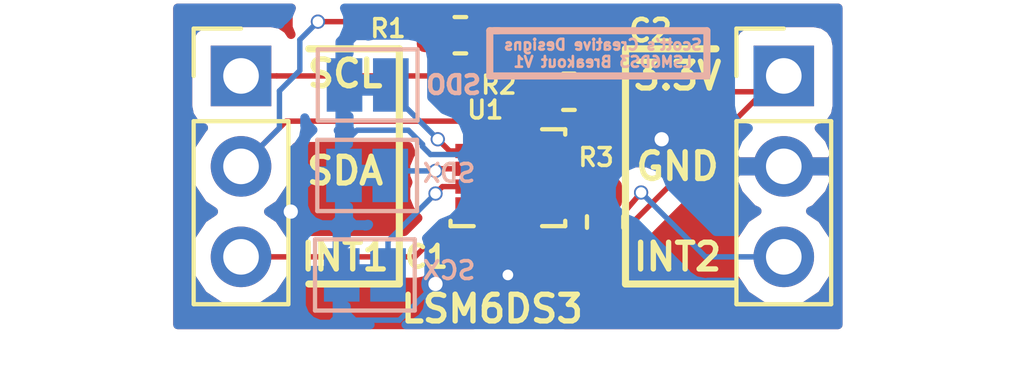
<source format=kicad_pcb>
(kicad_pcb (version 20171130) (host pcbnew "(5.0.1)-rc2")

  (general
    (thickness 1.6)
    (drawings 23)
    (tracks 107)
    (zones 0)
    (modules 11)
    (nets 13)
  )

  (page A4)
  (layers
    (0 F.Cu signal)
    (31 B.Cu signal)
    (32 B.Adhes user)
    (33 F.Adhes user)
    (34 B.Paste user)
    (35 F.Paste user)
    (36 B.SilkS user)
    (37 F.SilkS user)
    (38 B.Mask user)
    (39 F.Mask user)
    (40 Dwgs.User user)
    (41 Cmts.User user)
    (42 Eco1.User user)
    (43 Eco2.User user)
    (44 Edge.Cuts user)
    (45 Margin user)
    (46 B.CrtYd user)
    (47 F.CrtYd user)
    (48 B.Fab user)
    (49 F.Fab user)
  )

  (setup
    (last_trace_width 0.25)
    (trace_clearance 0.2)
    (zone_clearance 0.508)
    (zone_45_only no)
    (trace_min 0.1524)
    (segment_width 0.2)
    (edge_width 0.15)
    (via_size 0.8)
    (via_drill 0.4)
    (via_min_size 0.4)
    (via_min_drill 0.3)
    (uvia_size 0.3)
    (uvia_drill 0.1)
    (uvias_allowed no)
    (uvia_min_size 0.2)
    (uvia_min_drill 0.1)
    (pcb_text_width 0.3)
    (pcb_text_size 1.5 1.5)
    (mod_edge_width 0.15)
    (mod_text_size 1 1)
    (mod_text_width 0.15)
    (pad_size 1.524 1.524)
    (pad_drill 0.762)
    (pad_to_mask_clearance 0.051)
    (solder_mask_min_width 0.25)
    (aux_axis_origin 0 0)
    (visible_elements 7FFFFFFF)
    (pcbplotparams
      (layerselection 0x010fc_ffffffff)
      (usegerberextensions false)
      (usegerberattributes false)
      (usegerberadvancedattributes false)
      (creategerberjobfile false)
      (excludeedgelayer true)
      (linewidth 0.100000)
      (plotframeref false)
      (viasonmask false)
      (mode 1)
      (useauxorigin false)
      (hpglpennumber 1)
      (hpglpenspeed 20)
      (hpglpendiameter 15.000000)
      (psnegative false)
      (psa4output false)
      (plotreference true)
      (plotvalue true)
      (plotinvisibletext false)
      (padsonsilk false)
      (subtractmaskfromsilk false)
      (outputformat 1)
      (mirror false)
      (drillshape 1)
      (scaleselection 1)
      (outputdirectory ""))
  )

  (net 0 "")
  (net 1 GND)
  (net 2 +3V3)
  (net 3 /SDA)
  (net 4 /SCL)
  (net 5 /SDO)
  (net 6 /SDX)
  (net 7 /SCX)
  (net 8 /CS)
  (net 9 /INT1)
  (net 10 /INT2)
  (net 11 "Net-(U1-Pad10)")
  (net 12 "Net-(U1-Pad11)")

  (net_class Default "This is the default net class."
    (clearance 0.2)
    (trace_width 0.25)
    (via_dia 0.8)
    (via_drill 0.4)
    (uvia_dia 0.3)
    (uvia_drill 0.1)
  )

  (net_class small ""
    (clearance 0.1524)
    (trace_width 0.1524)
    (via_dia 0.4)
    (via_drill 0.3)
    (uvia_dia 0.3)
    (uvia_drill 0.1)
    (add_net +3V3)
    (add_net /CS)
    (add_net /INT1)
    (add_net /INT2)
    (add_net /SCL)
    (add_net /SCX)
    (add_net /SDA)
    (add_net /SDO)
    (add_net /SDX)
    (add_net GND)
    (add_net "Net-(U1-Pad10)")
    (add_net "Net-(U1-Pad11)")
  )

  (module Capacitors:0805 (layer F.Cu) (tedit 5CD280B1) (tstamp 5CFF404A)
    (at 164.51834 89.0905 180)
    (descr "GENERIC 2012 (0805) PACKAGE")
    (tags "GENERIC 2012 (0805) PACKAGE")
    (path /5CD61E47)
    (attr smd)
    (fp_text reference C1 (at 2.21234 0.1905 180) (layer F.SilkS)
      (effects (font (size 0.6096 0.6096) (thickness 0.127)))
    )
    (fp_text value C_Small (at 0 1.27 180) (layer F.SilkS) hide
      (effects (font (size 0.6096 0.6096) (thickness 0.127)))
    )
    (fp_line (start -1.4986 -0.79756) (end 1.4986 -0.79756) (layer F.CrtYd) (width 0.0508))
    (fp_line (start 1.4986 -0.79756) (end 1.4986 0.79756) (layer F.CrtYd) (width 0.0508))
    (fp_line (start 1.4986 0.79756) (end -1.4986 0.79756) (layer F.CrtYd) (width 0.0508))
    (fp_line (start -1.4986 0.79756) (end -1.4986 -0.79756) (layer F.CrtYd) (width 0.0508))
    (pad 1 smd rect (at -0.89916 0 180) (size 0.79756 1.19888) (layers F.Cu F.Paste F.Mask)
      (net 1 GND) (solder_mask_margin 0.1016))
    (pad 2 smd rect (at 0.89916 0 180) (size 0.79756 1.19888) (layers F.Cu F.Paste F.Mask)
      (net 2 +3V3) (solder_mask_margin 0.1016))
  )

  (module Capacitors:0805 (layer F.Cu) (tedit 5CD280A3) (tstamp 5CFF4054)
    (at 166.4335 82.677)
    (descr "GENERIC 2012 (0805) PACKAGE")
    (tags "GENERIC 2012 (0805) PACKAGE")
    (path /5CD61EE7)
    (attr smd)
    (fp_text reference C2 (at 2.159 -0.127 180) (layer F.SilkS)
      (effects (font (size 0.6096 0.6096) (thickness 0.127)))
    )
    (fp_text value C_Small (at 0 1.27) (layer F.SilkS) hide
      (effects (font (size 0.6096 0.6096) (thickness 0.127)))
    )
    (fp_line (start -1.4986 0.79756) (end -1.4986 -0.79756) (layer F.CrtYd) (width 0.0508))
    (fp_line (start 1.4986 0.79756) (end -1.4986 0.79756) (layer F.CrtYd) (width 0.0508))
    (fp_line (start 1.4986 -0.79756) (end 1.4986 0.79756) (layer F.CrtYd) (width 0.0508))
    (fp_line (start -1.4986 -0.79756) (end 1.4986 -0.79756) (layer F.CrtYd) (width 0.0508))
    (pad 2 smd rect (at 0.89916 0) (size 0.79756 1.19888) (layers F.Cu F.Paste F.Mask)
      (net 1 GND) (solder_mask_margin 0.1016))
    (pad 1 smd rect (at -0.89916 0) (size 0.79756 1.19888) (layers F.Cu F.Paste F.Mask)
      (net 2 +3V3) (solder_mask_margin 0.1016))
  )

  (module Jumper:SolderJumper-2_P1.3mm_Bridged_Pad1.0x1.5mm (layer B.Cu) (tedit 5CD280EB) (tstamp 5CFF40C8)
    (at 160.655 84.074 180)
    (descr "SMD Solder Jumper, 1x1.5mm Pads, 0.3mm gap, bridged with 1 copper strip")
    (tags "solder jumper open")
    (path /5CD621FA)
    (attr virtual)
    (fp_text reference SDO (at -2.413 0 180) (layer B.SilkS)
      (effects (font (size 0.5 0.5) (thickness 0.125)) (justify mirror))
    )
    (fp_text value J_NC (at 0 -1.9 180) (layer B.Fab)
      (effects (font (size 1 1) (thickness 0.15)) (justify mirror))
    )
    (fp_line (start -1.4 -1) (end -1.4 1) (layer B.SilkS) (width 0.12))
    (fp_line (start 1.4 -1) (end -1.4 -1) (layer B.SilkS) (width 0.12))
    (fp_line (start 1.4 1) (end 1.4 -1) (layer B.SilkS) (width 0.12))
    (fp_line (start -1.4 1) (end 1.4 1) (layer B.SilkS) (width 0.12))
    (fp_line (start -1.65 1.25) (end 1.65 1.25) (layer B.CrtYd) (width 0.05))
    (fp_line (start -1.65 1.25) (end -1.65 -1.25) (layer B.CrtYd) (width 0.05))
    (fp_line (start 1.65 -1.25) (end 1.65 1.25) (layer B.CrtYd) (width 0.05))
    (fp_line (start 1.65 -1.25) (end -1.65 -1.25) (layer B.CrtYd) (width 0.05))
    (pad 1 smd custom (at -0.65 0 180) (size 1 1.5) (layers B.Cu B.Mask)
      (net 5 /SDO)
      (options (clearance outline) (anchor rect))
      (primitives
        (gr_poly (pts
           (xy 0.4 0.3) (xy 0.9 0.3) (xy 0.9 -0.3) (xy 0.4 -0.3)) (width 0))
      ))
    (pad 2 smd rect (at 0.65 0 180) (size 1 1.5) (layers B.Cu B.Mask)
      (net 1 GND))
  )

  (module Jumper:SolderJumper-2_P1.3mm_Bridged_Pad1.0x1.5mm (layer B.Cu) (tedit 5CD280FD) (tstamp 5CFF40D6)
    (at 160.64 86.614 180)
    (descr "SMD Solder Jumper, 1x1.5mm Pads, 0.3mm gap, bridged with 1 copper strip")
    (tags "solder jumper open")
    (path /5CD62260)
    (attr virtual)
    (fp_text reference SDX (at -2.301 0.0635 180) (layer B.SilkS)
      (effects (font (size 0.5 0.5) (thickness 0.1)) (justify mirror))
    )
    (fp_text value J_NC (at 0 -1.9 180) (layer B.Fab)
      (effects (font (size 1 1) (thickness 0.15)) (justify mirror))
    )
    (fp_line (start 1.65 -1.25) (end -1.65 -1.25) (layer B.CrtYd) (width 0.05))
    (fp_line (start 1.65 -1.25) (end 1.65 1.25) (layer B.CrtYd) (width 0.05))
    (fp_line (start -1.65 1.25) (end -1.65 -1.25) (layer B.CrtYd) (width 0.05))
    (fp_line (start -1.65 1.25) (end 1.65 1.25) (layer B.CrtYd) (width 0.05))
    (fp_line (start -1.4 1) (end 1.4 1) (layer B.SilkS) (width 0.12))
    (fp_line (start 1.4 1) (end 1.4 -1) (layer B.SilkS) (width 0.12))
    (fp_line (start 1.4 -1) (end -1.4 -1) (layer B.SilkS) (width 0.12))
    (fp_line (start -1.4 -1) (end -1.4 1) (layer B.SilkS) (width 0.12))
    (pad 2 smd rect (at 0.65 0 180) (size 1 1.5) (layers B.Cu B.Mask)
      (net 1 GND))
    (pad 1 smd custom (at -0.65 0 180) (size 1 1.5) (layers B.Cu B.Mask)
      (net 6 /SDX)
      (options (clearance outline) (anchor rect))
      (primitives
        (gr_poly (pts
           (xy 0.4 0.3) (xy 0.9 0.3) (xy 0.9 -0.3) (xy 0.4 -0.3)) (width 0))
      ))
  )

  (module Jumper:SolderJumper-2_P1.3mm_Bridged_Pad1.0x1.5mm (layer B.Cu) (tedit 5CD28104) (tstamp 5CFF40E4)
    (at 160.5765 89.408 180)
    (descr "SMD Solder Jumper, 1x1.5mm Pads, 0.3mm gap, bridged with 1 copper strip")
    (tags "solder jumper open")
    (path /5CD6228A)
    (attr virtual)
    (fp_text reference SCX (at -2.3645 0.127 180) (layer B.SilkS)
      (effects (font (size 0.5 0.5) (thickness 0.1)) (justify mirror))
    )
    (fp_text value J_NC (at 0 -1.778 180) (layer B.Fab)
      (effects (font (size 1 1) (thickness 0.15)) (justify mirror))
    )
    (fp_line (start -1.4 -1) (end -1.4 1) (layer B.SilkS) (width 0.12))
    (fp_line (start 1.4 -1) (end -1.4 -1) (layer B.SilkS) (width 0.12))
    (fp_line (start 1.4 1) (end 1.4 -1) (layer B.SilkS) (width 0.12))
    (fp_line (start -1.4 1) (end 1.4 1) (layer B.SilkS) (width 0.12))
    (fp_line (start -1.65 1.25) (end 1.65 1.25) (layer B.CrtYd) (width 0.05))
    (fp_line (start -1.65 1.25) (end -1.65 -1.25) (layer B.CrtYd) (width 0.05))
    (fp_line (start 1.65 -1.25) (end 1.65 1.25) (layer B.CrtYd) (width 0.05))
    (fp_line (start 1.65 -1.25) (end -1.65 -1.25) (layer B.CrtYd) (width 0.05))
    (pad 1 smd custom (at -0.65 0 180) (size 1 1.5) (layers B.Cu B.Mask)
      (net 7 /SCX)
      (options (clearance outline) (anchor rect))
      (primitives
        (gr_poly (pts
           (xy 0.4 0.3) (xy 0.9 0.3) (xy 0.9 -0.3) (xy 0.4 -0.3)) (width 0))
      ))
    (pad 2 smd rect (at 0.65 0 180) (size 1 1.5) (layers B.Cu B.Mask)
      (net 1 GND))
  )

  (module Resistor_SMD:R_0603_1608Metric (layer F.Cu) (tedit 5CD283F0) (tstamp 5CFF5D71)
    (at 163.2585 82.677)
    (descr "Resistor SMD 0603 (1608 Metric), square (rectangular) end terminal, IPC_7351 nominal, (Body size source: http://www.tortai-tech.com/upload/download/2011102023233369053.pdf), generated with kicad-footprint-generator")
    (tags resistor)
    (path /5CD62CBD)
    (attr smd)
    (fp_text reference R1 (at -2.032 -0.1905) (layer F.SilkS)
      (effects (font (size 0.5 0.5) (thickness 0.1)))
    )
    (fp_text value 5.1k (at 0 1.43) (layer F.Fab)
      (effects (font (size 1 1) (thickness 0.15)))
    )
    (fp_text user %R (at 0 0) (layer F.Fab)
      (effects (font (size 0.4 0.4) (thickness 0.06)))
    )
    (fp_line (start 1.48 0.73) (end -1.48 0.73) (layer F.CrtYd) (width 0.05))
    (fp_line (start 1.48 -0.73) (end 1.48 0.73) (layer F.CrtYd) (width 0.05))
    (fp_line (start -1.48 -0.73) (end 1.48 -0.73) (layer F.CrtYd) (width 0.05))
    (fp_line (start -1.48 0.73) (end -1.48 -0.73) (layer F.CrtYd) (width 0.05))
    (fp_line (start -0.162779 0.51) (end 0.162779 0.51) (layer F.SilkS) (width 0.12))
    (fp_line (start -0.162779 -0.51) (end 0.162779 -0.51) (layer F.SilkS) (width 0.12))
    (fp_line (start 0.8 0.4) (end -0.8 0.4) (layer F.Fab) (width 0.1))
    (fp_line (start 0.8 -0.4) (end 0.8 0.4) (layer F.Fab) (width 0.1))
    (fp_line (start -0.8 -0.4) (end 0.8 -0.4) (layer F.Fab) (width 0.1))
    (fp_line (start -0.8 0.4) (end -0.8 -0.4) (layer F.Fab) (width 0.1))
    (pad 2 smd roundrect (at 0.7875 0) (size 0.875 0.95) (layers F.Cu F.Paste F.Mask) (roundrect_rratio 0.25)
      (net 2 +3V3))
    (pad 1 smd roundrect (at -0.7875 0) (size 0.875 0.95) (layers F.Cu F.Paste F.Mask) (roundrect_rratio 0.25)
      (net 3 /SDA))
    (model ${KISYS3DMOD}/Resistor_SMD.3dshapes/R_0603_1608Metric.wrl
      (at (xyz 0 0 0))
      (scale (xyz 1 1 1))
      (rotate (xyz 0 0 0))
    )
  )

  (module Resistor_SMD:R_0603_1608Metric (layer F.Cu) (tedit 5CD2812B) (tstamp 5CFF4106)
    (at 166.3065 84.2645)
    (descr "Resistor SMD 0603 (1608 Metric), square (rectangular) end terminal, IPC_7351 nominal, (Body size source: http://www.tortai-tech.com/upload/download/2011102023233369053.pdf), generated with kicad-footprint-generator")
    (tags resistor)
    (path /5CD62D9C)
    (attr smd)
    (fp_text reference R2 (at -1.9685 -0.1905) (layer F.SilkS)
      (effects (font (size 0.5 0.5) (thickness 0.1)))
    )
    (fp_text value 5.1k (at 0 1.43) (layer F.Fab) hide
      (effects (font (size 1 1) (thickness 0.15)))
    )
    (fp_line (start -0.8 0.4) (end -0.8 -0.4) (layer F.Fab) (width 0.1))
    (fp_line (start -0.8 -0.4) (end 0.8 -0.4) (layer F.Fab) (width 0.1))
    (fp_line (start 0.8 -0.4) (end 0.8 0.4) (layer F.Fab) (width 0.1))
    (fp_line (start 0.8 0.4) (end -0.8 0.4) (layer F.Fab) (width 0.1))
    (fp_line (start -0.162779 -0.51) (end 0.162779 -0.51) (layer F.SilkS) (width 0.12))
    (fp_line (start -0.162779 0.51) (end 0.162779 0.51) (layer F.SilkS) (width 0.12))
    (fp_line (start -1.48 0.73) (end -1.48 -0.73) (layer F.CrtYd) (width 0.05))
    (fp_line (start -1.48 -0.73) (end 1.48 -0.73) (layer F.CrtYd) (width 0.05))
    (fp_line (start 1.48 -0.73) (end 1.48 0.73) (layer F.CrtYd) (width 0.05))
    (fp_line (start 1.48 0.73) (end -1.48 0.73) (layer F.CrtYd) (width 0.05))
    (fp_text user %R (at 0 0) (layer F.Fab)
      (effects (font (size 0.4 0.4) (thickness 0.06)))
    )
    (pad 1 smd roundrect (at -0.7875 0) (size 0.875 0.95) (layers F.Cu F.Paste F.Mask) (roundrect_rratio 0.25)
      (net 4 /SCL))
    (pad 2 smd roundrect (at 0.7875 0) (size 0.875 0.95) (layers F.Cu F.Paste F.Mask) (roundrect_rratio 0.25)
      (net 2 +3V3))
    (model ${KISYS3DMOD}/Resistor_SMD.3dshapes/R_0603_1608Metric.wrl
      (at (xyz 0 0 0))
      (scale (xyz 1 1 1))
      (rotate (xyz 0 0 0))
    )
  )

  (module Resistor_SMD:R_0603_1608Metric (layer F.Cu) (tedit 5CD2813F) (tstamp 5CFF4F1F)
    (at 167.3225 87.922 270)
    (descr "Resistor SMD 0603 (1608 Metric), square (rectangular) end terminal, IPC_7351 nominal, (Body size source: http://www.tortai-tech.com/upload/download/2011102023233369053.pdf), generated with kicad-footprint-generator")
    (tags resistor)
    (path /5CD6247E)
    (attr smd)
    (fp_text reference R3 (at -1.816 0.254) (layer F.SilkS)
      (effects (font (size 0.5 0.5) (thickness 0.1)))
    )
    (fp_text value 10k (at 0 1.43 270) (layer F.Fab)
      (effects (font (size 1 1) (thickness 0.15)))
    )
    (fp_line (start -0.8 0.4) (end -0.8 -0.4) (layer F.Fab) (width 0.1))
    (fp_line (start -0.8 -0.4) (end 0.8 -0.4) (layer F.Fab) (width 0.1))
    (fp_line (start 0.8 -0.4) (end 0.8 0.4) (layer F.Fab) (width 0.1))
    (fp_line (start 0.8 0.4) (end -0.8 0.4) (layer F.Fab) (width 0.1))
    (fp_line (start -0.162779 -0.51) (end 0.162779 -0.51) (layer F.SilkS) (width 0.12))
    (fp_line (start -0.162779 0.51) (end 0.162779 0.51) (layer F.SilkS) (width 0.12))
    (fp_line (start -1.48 0.73) (end -1.48 -0.73) (layer F.CrtYd) (width 0.05))
    (fp_line (start -1.48 -0.73) (end 1.48 -0.73) (layer F.CrtYd) (width 0.05))
    (fp_line (start 1.48 -0.73) (end 1.48 0.73) (layer F.CrtYd) (width 0.05))
    (fp_line (start 1.48 0.73) (end -1.48 0.73) (layer F.CrtYd) (width 0.05))
    (fp_text user %R (at 0 0 270) (layer F.Fab)
      (effects (font (size 0.4 0.4) (thickness 0.06)))
    )
    (pad 1 smd roundrect (at -0.7875 0 270) (size 0.875 0.95) (layers F.Cu F.Paste F.Mask) (roundrect_rratio 0.25)
      (net 8 /CS))
    (pad 2 smd roundrect (at 0.7875 0 270) (size 0.875 0.95) (layers F.Cu F.Paste F.Mask) (roundrect_rratio 0.25)
      (net 2 +3V3))
    (model ${KISYS3DMOD}/Resistor_SMD.3dshapes/R_0603_1608Metric.wrl
      (at (xyz 0 0 0))
      (scale (xyz 1 1 1))
      (rotate (xyz 0 0 0))
    )
  )

  (module Package_LGA:LGA-14_3x2.5mm_P0.5mm_LayoutBorder3x4y (layer F.Cu) (tedit 5CD28116) (tstamp 5CFF4139)
    (at 164.592 86.6775)
    (descr "LGA, 14 Pin (http://www.st.com/resource/en/datasheet/lsm6ds3.pdf), generated with kicad-footprint-generator ipc_lga_layoutBorder_generator.py")
    (tags "LGA LGA")
    (path /5CD61DCA)
    (attr smd)
    (fp_text reference U1 (at -0.635 -1.905) (layer F.SilkS)
      (effects (font (size 0.5 0.5) (thickness 0.1)))
    )
    (fp_text value LSM6DS3 (at 0 2.2) (layer F.Fab) hide
      (effects (font (size 1 1) (thickness 0.15)))
    )
    (fp_line (start 0.96 -1.36) (end 1.61 -1.36) (layer F.SilkS) (width 0.12))
    (fp_line (start 1.61 -1.36) (end 1.61 -1.21) (layer F.SilkS) (width 0.12))
    (fp_line (start -0.96 1.36) (end -1.61 1.36) (layer F.SilkS) (width 0.12))
    (fp_line (start -1.61 1.36) (end -1.61 1.21) (layer F.SilkS) (width 0.12))
    (fp_line (start 0.96 1.36) (end 1.61 1.36) (layer F.SilkS) (width 0.12))
    (fp_line (start 1.61 1.36) (end 1.61 1.21) (layer F.SilkS) (width 0.12))
    (fp_line (start -0.75 -1.25) (end 1.5 -1.25) (layer F.Fab) (width 0.1))
    (fp_line (start 1.5 -1.25) (end 1.5 1.25) (layer F.Fab) (width 0.1))
    (fp_line (start 1.5 1.25) (end -1.5 1.25) (layer F.Fab) (width 0.1))
    (fp_line (start -1.5 1.25) (end -1.5 -0.5) (layer F.Fab) (width 0.1))
    (fp_line (start -1.5 -0.5) (end -0.75 -1.25) (layer F.Fab) (width 0.1))
    (fp_line (start -1.75 -1.5) (end -1.75 1.5) (layer F.CrtYd) (width 0.05))
    (fp_line (start -1.75 1.5) (end 1.75 1.5) (layer F.CrtYd) (width 0.05))
    (fp_line (start 1.75 1.5) (end 1.75 -1.5) (layer F.CrtYd) (width 0.05))
    (fp_line (start 1.75 -1.5) (end -1.75 -1.5) (layer F.CrtYd) (width 0.05))
    (fp_text user %R (at 0 0) (layer F.Fab)
      (effects (font (size 0.75 0.75) (thickness 0.11)))
    )
    (pad 1 smd custom (at -1.1375 -0.75) (size 0.4 0.4) (layers F.Cu F.Paste F.Mask)
      (net 5 /SDO)
      (options (clearance outline) (anchor circle))
      (primitives
        (gr_poly (pts
           (xy -0.3375 -0.2) (xy 0.0875 -0.2) (xy 0.3375 0.05) (xy 0.3375 0.2) (xy -0.3375 0.2)
) (width 0))
      ))
    (pad 2 smd rect (at -1.1375 -0.25) (size 0.675 0.4) (layers F.Cu F.Paste F.Mask)
      (net 6 /SDX))
    (pad 3 smd rect (at -1.1375 0.25) (size 0.675 0.4) (layers F.Cu F.Paste F.Mask)
      (net 7 /SCX))
    (pad 4 smd custom (at -1.1375 0.75) (size 0.4 0.4) (layers F.Cu F.Paste F.Mask)
      (net 9 /INT1)
      (options (clearance outline) (anchor circle))
      (primitives
        (gr_poly (pts
           (xy -0.3375 -0.2) (xy 0.3375 -0.2) (xy 0.3375 -0.05) (xy 0.0875 0.2) (xy -0.3375 0.2)
) (width 0))
      ))
    (pad 5 smd custom (at -0.5 0.8875) (size 0.4 0.4) (layers F.Cu F.Paste F.Mask)
      (net 2 +3V3)
      (options (clearance outline) (anchor circle))
      (primitives
        (gr_poly (pts
           (xy -0.2 -0.0875) (xy 0.05 -0.3375) (xy 0.2 -0.3375) (xy 0.2 0.3375) (xy -0.2 0.3375)
) (width 0))
      ))
    (pad 6 smd rect (at 0 0.8875) (size 0.4 0.675) (layers F.Cu F.Paste F.Mask)
      (net 1 GND))
    (pad 7 smd custom (at 0.5 0.8875) (size 0.4 0.4) (layers F.Cu F.Paste F.Mask)
      (net 1 GND)
      (options (clearance outline) (anchor circle))
      (primitives
        (gr_poly (pts
           (xy -0.2 -0.3375) (xy -0.05 -0.3375) (xy 0.2 -0.0875) (xy 0.2 0.3375) (xy -0.2 0.3375)
) (width 0))
      ))
    (pad 8 smd custom (at 1.1375 0.75) (size 0.4 0.4) (layers F.Cu F.Paste F.Mask)
      (net 2 +3V3)
      (options (clearance outline) (anchor circle))
      (primitives
        (gr_poly (pts
           (xy -0.3375 -0.2) (xy 0.3375 -0.2) (xy 0.3375 0.2) (xy -0.0875 0.2) (xy -0.3375 -0.05)
) (width 0))
      ))
    (pad 9 smd rect (at 1.1375 0.25) (size 0.675 0.4) (layers F.Cu F.Paste F.Mask)
      (net 10 /INT2))
    (pad 10 smd rect (at 1.1375 -0.25) (size 0.675 0.4) (layers F.Cu F.Paste F.Mask)
      (net 11 "Net-(U1-Pad10)"))
    (pad 11 smd custom (at 1.1375 -0.75) (size 0.4 0.4) (layers F.Cu F.Paste F.Mask)
      (net 12 "Net-(U1-Pad11)")
      (options (clearance outline) (anchor circle))
      (primitives
        (gr_poly (pts
           (xy -0.3375 0.05) (xy -0.0875 -0.2) (xy 0.3375 -0.2) (xy 0.3375 0.2) (xy -0.3375 0.2)
) (width 0))
      ))
    (pad 12 smd custom (at 0.5 -0.8875) (size 0.4 0.4) (layers F.Cu F.Paste F.Mask)
      (net 8 /CS)
      (options (clearance outline) (anchor circle))
      (primitives
        (gr_poly (pts
           (xy -0.2 -0.3375) (xy 0.2 -0.3375) (xy 0.2 0.0875) (xy -0.05 0.3375) (xy -0.2 0.3375)
) (width 0))
      ))
    (pad 13 smd rect (at 0 -0.8875) (size 0.4 0.675) (layers F.Cu F.Paste F.Mask)
      (net 4 /SCL))
    (pad 14 smd custom (at -0.5 -0.8875) (size 0.4 0.4) (layers F.Cu F.Paste F.Mask)
      (net 3 /SDA)
      (options (clearance outline) (anchor circle))
      (primitives
        (gr_poly (pts
           (xy -0.2 -0.3375) (xy 0.2 -0.3375) (xy 0.2 0.3375) (xy 0.05 0.3375) (xy -0.2 0.0875)
) (width 0))
      ))
    (model ${KISYS3DMOD}/Package_LGA.3dshapes/LGA-14_3x2.5mm_P0.5mm_LayoutBorder3x4y.wrl
      (at (xyz 0 0 0))
      (scale (xyz 1 1 1))
      (rotate (xyz 0 0 0))
    )
  )

  (module Connector_PinHeader_2.54mm:PinHeader_1x03_P2.54mm_Vertical (layer F.Cu) (tedit 5CD28159) (tstamp 5CFF4343)
    (at 157.099 83.82)
    (descr "Through hole straight pin header, 1x03, 2.54mm pitch, single row")
    (tags "Through hole pin header THT 1x03 2.54mm single row")
    (path /5CD6439F)
    (fp_text reference J1 (at 0 -2.33) (layer F.SilkS) hide
      (effects (font (size 1 1) (thickness 0.15)))
    )
    (fp_text value Conn_01x03_Male (at 0 7.41) (layer F.Fab)
      (effects (font (size 1 1) (thickness 0.15)))
    )
    (fp_line (start -0.635 -1.27) (end 1.27 -1.27) (layer F.Fab) (width 0.1))
    (fp_line (start 1.27 -1.27) (end 1.27 6.35) (layer F.Fab) (width 0.1))
    (fp_line (start 1.27 6.35) (end -1.27 6.35) (layer F.Fab) (width 0.1))
    (fp_line (start -1.27 6.35) (end -1.27 -0.635) (layer F.Fab) (width 0.1))
    (fp_line (start -1.27 -0.635) (end -0.635 -1.27) (layer F.Fab) (width 0.1))
    (fp_line (start -1.33 6.41) (end 1.33 6.41) (layer F.SilkS) (width 0.12))
    (fp_line (start -1.33 1.27) (end -1.33 6.41) (layer F.SilkS) (width 0.12))
    (fp_line (start 1.33 1.27) (end 1.33 6.41) (layer F.SilkS) (width 0.12))
    (fp_line (start -1.33 1.27) (end 1.33 1.27) (layer F.SilkS) (width 0.12))
    (fp_line (start -1.33 0) (end -1.33 -1.33) (layer F.SilkS) (width 0.12))
    (fp_line (start -1.33 -1.33) (end 0 -1.33) (layer F.SilkS) (width 0.12))
    (fp_line (start -1.8 -1.8) (end -1.8 6.85) (layer F.CrtYd) (width 0.05))
    (fp_line (start -1.8 6.85) (end 1.8 6.85) (layer F.CrtYd) (width 0.05))
    (fp_line (start 1.8 6.85) (end 1.8 -1.8) (layer F.CrtYd) (width 0.05))
    (fp_line (start 1.8 -1.8) (end -1.8 -1.8) (layer F.CrtYd) (width 0.05))
    (fp_text user %R (at 0 2.54 90) (layer F.Fab)
      (effects (font (size 1 1) (thickness 0.15)))
    )
    (pad 1 thru_hole rect (at 0 0) (size 1.7 1.7) (drill 1) (layers *.Cu *.Mask)
      (net 4 /SCL))
    (pad 2 thru_hole oval (at 0 2.54) (size 1.7 1.7) (drill 1) (layers *.Cu *.Mask)
      (net 3 /SDA))
    (pad 3 thru_hole oval (at 0 5.08) (size 1.7 1.7) (drill 1) (layers *.Cu *.Mask)
      (net 9 /INT1))
    (model ${KISYS3DMOD}/Connector_PinHeader_2.54mm.3dshapes/PinHeader_1x03_P2.54mm_Vertical.wrl
      (at (xyz 0 0 0))
      (scale (xyz 1 1 1))
      (rotate (xyz 0 0 0))
    )
  )

  (module Connector_PinHeader_2.54mm:PinHeader_1x03_P2.54mm_Vertical (layer F.Cu) (tedit 5CD28155) (tstamp 5CFF4C72)
    (at 172.339 83.82)
    (descr "Through hole straight pin header, 1x03, 2.54mm pitch, single row")
    (tags "Through hole pin header THT 1x03 2.54mm single row")
    (path /5CD643E5)
    (fp_text reference J2 (at 0 -2.33) (layer F.SilkS) hide
      (effects (font (size 1 1) (thickness 0.15)))
    )
    (fp_text value Conn_01x03_Male (at 0 7.41) (layer F.Fab)
      (effects (font (size 1 1) (thickness 0.15)))
    )
    (fp_text user %R (at 0 2.54 90) (layer F.Fab)
      (effects (font (size 1 1) (thickness 0.15)))
    )
    (fp_line (start 1.8 -1.8) (end -1.8 -1.8) (layer F.CrtYd) (width 0.05))
    (fp_line (start 1.8 6.85) (end 1.8 -1.8) (layer F.CrtYd) (width 0.05))
    (fp_line (start -1.8 6.85) (end 1.8 6.85) (layer F.CrtYd) (width 0.05))
    (fp_line (start -1.8 -1.8) (end -1.8 6.85) (layer F.CrtYd) (width 0.05))
    (fp_line (start -1.33 -1.33) (end 0 -1.33) (layer F.SilkS) (width 0.12))
    (fp_line (start -1.33 0) (end -1.33 -1.33) (layer F.SilkS) (width 0.12))
    (fp_line (start -1.33 1.27) (end 1.33 1.27) (layer F.SilkS) (width 0.12))
    (fp_line (start 1.33 1.27) (end 1.33 6.41) (layer F.SilkS) (width 0.12))
    (fp_line (start -1.33 1.27) (end -1.33 6.41) (layer F.SilkS) (width 0.12))
    (fp_line (start -1.33 6.41) (end 1.33 6.41) (layer F.SilkS) (width 0.12))
    (fp_line (start -1.27 -0.635) (end -0.635 -1.27) (layer F.Fab) (width 0.1))
    (fp_line (start -1.27 6.35) (end -1.27 -0.635) (layer F.Fab) (width 0.1))
    (fp_line (start 1.27 6.35) (end -1.27 6.35) (layer F.Fab) (width 0.1))
    (fp_line (start 1.27 -1.27) (end 1.27 6.35) (layer F.Fab) (width 0.1))
    (fp_line (start -0.635 -1.27) (end 1.27 -1.27) (layer F.Fab) (width 0.1))
    (pad 3 thru_hole oval (at 0 5.08) (size 1.7 1.7) (drill 1) (layers *.Cu *.Mask)
      (net 10 /INT2))
    (pad 2 thru_hole oval (at 0 2.54) (size 1.7 1.7) (drill 1) (layers *.Cu *.Mask)
      (net 1 GND))
    (pad 1 thru_hole rect (at 0 0) (size 1.7 1.7) (drill 1) (layers *.Cu *.Mask)
      (net 2 +3V3))
    (model ${KISYS3DMOD}/Connector_PinHeader_2.54mm.3dshapes/PinHeader_1x03_P2.54mm_Vertical.wrl
      (at (xyz 0 0 0))
      (scale (xyz 1 1 1))
      (rotate (xyz 0 0 0))
    )
  )

  (gr_line (start 164.084 82.55) (end 164.338 82.55) (layer B.SilkS) (width 0.2))
  (gr_line (start 164.084 83.82) (end 164.084 82.55) (layer B.SilkS) (width 0.2))
  (gr_line (start 170.18 83.82) (end 164.084 83.82) (layer B.SilkS) (width 0.2))
  (gr_line (start 170.18 82.55) (end 170.18 83.82) (layer B.SilkS) (width 0.2))
  (gr_line (start 164.211 82.55) (end 170.18 82.55) (layer B.SilkS) (width 0.2))
  (gr_text "Scott's Creative Designs\nLSM6DS3 Breakout V1" (at 167.259 83.185) (layer B.SilkS)
    (effects (font (size 0.3 0.3) (thickness 0.075)) (justify mirror))
  )
  (gr_line (start 167.894 83.058) (end 170.434 83.058) (layer F.SilkS) (width 0.2))
  (gr_line (start 167.894 89.662) (end 167.894 83.058) (layer F.SilkS) (width 0.2))
  (gr_line (start 170.942 89.662) (end 167.894 89.662) (layer F.SilkS) (width 0.2))
  (gr_line (start 161.544 89.662) (end 159.004 89.662) (layer F.SilkS) (width 0.2))
  (gr_line (start 161.544 83.058) (end 161.544 89.662) (layer F.SilkS) (width 0.2))
  (gr_line (start 159.004 83.058) (end 161.544 83.058) (layer F.SilkS) (width 0.2))
  (gr_line (start 173.99 81.788) (end 155.194 81.788) (layer Eco2.User) (width 0.2))
  (gr_line (start 173.99 90.932) (end 173.99 81.788) (layer Eco2.User) (width 0.2))
  (gr_line (start 155.194 90.932) (end 173.99 90.932) (layer Eco2.User) (width 0.2))
  (gr_line (start 155.194 81.788) (end 155.194 90.932) (layer Eco2.User) (width 0.2))
  (gr_text INT2 (at 169.3545 88.9) (layer F.SilkS) (tstamp 5CFF62D2)
    (effects (font (size 0.75 0.75) (thickness 0.15)))
  )
  (gr_text GND (at 169.3545 86.36) (layer F.SilkS) (tstamp 5CFF62AD)
    (effects (font (size 0.75 0.75) (thickness 0.15)))
  )
  (gr_text 3.3V (at 169.3545 83.82) (layer F.SilkS) (tstamp 5CFF6266)
    (effects (font (size 0.75 0.75) (thickness 0.15)))
  )
  (gr_text LSM6DS3 (at 164.1475 90.3605) (layer F.SilkS)
    (effects (font (size 0.75 0.75) (thickness 0.15)))
  )
  (gr_text INT1 (at 160.02 88.9) (layer F.SilkS) (tstamp 5CFF5E03)
    (effects (font (size 0.75 0.75) (thickness 0.15)))
  )
  (gr_text SDA (at 160.02 86.487) (layer F.SilkS) (tstamp 5CFF5DDF)
    (effects (font (size 0.75 0.75) (thickness 0.15)))
  )
  (gr_text SCL (at 160.02 83.7565) (layer F.SilkS) (tstamp 5CFF5DDC)
    (effects (font (size 0.75 0.75) (thickness 0.15)))
  )

  (via (at 168.91 85.598) (size 0.8) (drill 0.4) (layers F.Cu B.Cu) (net 1))
  (segment (start 165.4175 87.8905) (end 165.092 87.565) (width 0.1524) (layer F.Cu) (net 1))
  (segment (start 165.4175 89.0905) (end 165.4175 87.8905) (width 0.1524) (layer F.Cu) (net 1))
  (segment (start 164.86632 89.0905) (end 165.4175 89.0905) (width 0.1524) (layer F.Cu) (net 1))
  (segment (start 164.592 88.81618) (end 164.86632 89.0905) (width 0.1524) (layer F.Cu) (net 1))
  (segment (start 164.592 87.565) (end 164.592 88.81618) (width 0.1524) (layer F.Cu) (net 1))
  (via (at 162.56 89.662) (size 0.8) (drill 0.4) (layers F.Cu B.Cu) (net 1) (tstamp 5CFF6F0B))
  (via (at 158.496 87.63) (size 0.8) (drill 0.4) (layers F.Cu B.Cu) (net 1) (tstamp 5CFF6F53))
  (segment (start 159.9265 90.3104) (end 160.2941 90.678) (width 0.1524) (layer B.Cu) (net 1))
  (segment (start 159.9265 89.408) (end 159.9265 90.3104) (width 0.1524) (layer B.Cu) (net 1))
  (segment (start 161.544 90.678) (end 162.56 89.662) (width 0.1524) (layer B.Cu) (net 1))
  (segment (start 160.2941 90.678) (end 161.544 90.678) (width 0.1524) (layer B.Cu) (net 1))
  (segment (start 159.99 85.7116) (end 160.3576 85.344) (width 0.1524) (layer B.Cu) (net 1))
  (segment (start 159.99 86.614) (end 159.99 85.7116) (width 0.1524) (layer B.Cu) (net 1))
  (segment (start 162.417771 86.026601) (end 163.242601 86.026601) (width 0.1524) (layer B.Cu) (net 1))
  (segment (start 162.194899 85.803729) (end 162.417771 86.026601) (width 0.1524) (layer B.Cu) (net 1))
  (segment (start 162.194899 85.740899) (end 162.194899 85.803729) (width 0.1524) (layer B.Cu) (net 1))
  (segment (start 160.3576 85.344) (end 161.798 85.344) (width 0.1524) (layer B.Cu) (net 1))
  (segment (start 161.798 85.344) (end 162.194899 85.740899) (width 0.1524) (layer B.Cu) (net 1))
  (segment (start 163.671202 85.598) (end 168.91 85.598) (width 0.1524) (layer B.Cu) (net 1))
  (segment (start 163.242601 86.026601) (end 163.671202 85.598) (width 0.1524) (layer B.Cu) (net 1))
  (segment (start 160.005 86.599) (end 159.99 86.614) (width 0.1524) (layer B.Cu) (net 1))
  (segment (start 160.005 84.074) (end 160.005 86.599) (width 0.1524) (layer B.Cu) (net 1))
  (via (at 164.592 89.408) (size 0.4) (drill 0.3) (layers F.Cu B.Cu) (net 1))
  (segment (start 165.4175 89.0905) (end 164.9095 89.0905) (width 0.1524) (layer F.Cu) (net 1))
  (segment (start 164.9095 89.0905) (end 164.592 89.408) (width 0.1524) (layer F.Cu) (net 1))
  (segment (start 167.094 83.6895) (end 167.094 84.2645) (width 0.1524) (layer F.Cu) (net 2))
  (segment (start 166.909541 83.505041) (end 167.094 83.6895) (width 0.1524) (layer F.Cu) (net 2))
  (segment (start 166.705279 83.459321) (end 166.750999 83.505041) (width 0.1524) (layer F.Cu) (net 2))
  (segment (start 166.705279 83.296759) (end 166.705279 83.459321) (width 0.1524) (layer F.Cu) (net 2))
  (segment (start 166.750999 83.505041) (end 166.909541 83.505041) (width 0.1524) (layer F.Cu) (net 2))
  (segment (start 166.08552 82.677) (end 166.705279 83.296759) (width 0.1524) (layer F.Cu) (net 2))
  (segment (start 165.53434 82.677) (end 166.08552 82.677) (width 0.1524) (layer F.Cu) (net 2))
  (segment (start 164.046 82.677) (end 165.53434 82.677) (width 0.1524) (layer F.Cu) (net 2))
  (segment (start 164.092 88.61768) (end 163.61918 89.0905) (width 0.1524) (layer F.Cu) (net 2))
  (segment (start 164.092 87.565) (end 164.092 88.61768) (width 0.1524) (layer F.Cu) (net 2))
  (segment (start 163.61918 89.84234) (end 163.94684 90.17) (width 0.1524) (layer F.Cu) (net 2))
  (segment (start 163.61918 89.0905) (end 163.61918 89.84234) (width 0.1524) (layer F.Cu) (net 2))
  (segment (start 165.862 90.17) (end 167.3225 88.7095) (width 0.1524) (layer F.Cu) (net 2))
  (segment (start 163.94684 90.17) (end 165.862 90.17) (width 0.1524) (layer F.Cu) (net 2))
  (segment (start 166.0405 87.4275) (end 165.7295 87.4275) (width 0.1524) (layer F.Cu) (net 2))
  (segment (start 167.3225 88.7095) (end 166.0405 87.4275) (width 0.1524) (layer F.Cu) (net 2))
  (segment (start 171.8945 84.2645) (end 172.339 83.82) (width 0.1524) (layer F.Cu) (net 2))
  (segment (start 167.094 84.2645) (end 171.8945 84.2645) (width 0.1524) (layer F.Cu) (net 2))
  (segment (start 172.212 83.82) (end 172.339 83.82) (width 0.1524) (layer F.Cu) (net 2))
  (segment (start 167.3225 88.7095) (end 172.212 83.82) (width 0.1524) (layer F.Cu) (net 2))
  (segment (start 163.927804 85.79) (end 163.227804 85.09) (width 0.1524) (layer F.Cu) (net 3))
  (segment (start 164.092 85.79) (end 163.927804 85.79) (width 0.1524) (layer F.Cu) (net 3))
  (segment (start 158.369 85.09) (end 157.099 86.36) (width 0.1524) (layer F.Cu) (net 3))
  (segment (start 163.227804 85.09) (end 158.369 85.09) (width 0.1524) (layer F.Cu) (net 3))
  (segment (start 157.948999 85.510001) (end 157.099 86.36) (width 0.1524) (layer B.Cu) (net 3))
  (segment (start 158.177601 85.281399) (end 157.948999 85.510001) (width 0.1524) (layer B.Cu) (net 3))
  (segment (start 158.177601 84.239917) (end 158.177601 85.281399) (width 0.1524) (layer B.Cu) (net 3))
  (segment (start 162.009388 82.215388) (end 161.624612 82.215388) (width 0.1524) (layer F.Cu) (net 3))
  (segment (start 162.471 82.677) (end 162.009388 82.215388) (width 0.1524) (layer F.Cu) (net 3))
  (segment (start 161.624612 82.215388) (end 161.544 82.296) (width 0.1524) (layer F.Cu) (net 3))
  (via (at 159.258 82.296) (size 0.4) (drill 0.3) (layers F.Cu B.Cu) (net 3))
  (segment (start 161.544 82.296) (end 159.258 82.296) (width 0.1524) (layer F.Cu) (net 3))
  (segment (start 159.258 82.296) (end 158.75 82.804) (width 0.1524) (layer B.Cu) (net 3))
  (segment (start 158.75 82.804) (end 158.75 83.667518) (width 0.1524) (layer B.Cu) (net 3))
  (segment (start 158.75 83.667518) (end 158.177601 84.239917) (width 0.1524) (layer B.Cu) (net 3))
  (segment (start 158.1014 83.82) (end 157.099 83.82) (width 0.1524) (layer F.Cu) (net 4))
  (segment (start 162.982804 83.82) (end 158.1014 83.82) (width 0.1524) (layer F.Cu) (net 4))
  (segment (start 164.592 85.429196) (end 162.982804 83.82) (width 0.1524) (layer F.Cu) (net 4))
  (segment (start 164.592 85.79) (end 164.592 85.429196) (width 0.1524) (layer F.Cu) (net 4))
  (segment (start 164.537 83.82) (end 162.982804 83.82) (width 0.1524) (layer F.Cu) (net 4))
  (segment (start 164.9815 84.2645) (end 164.537 83.82) (width 0.1524) (layer F.Cu) (net 4))
  (segment (start 165.519 84.2645) (end 164.9815 84.2645) (width 0.1524) (layer F.Cu) (net 4))
  (via (at 162.6235 85.598) (size 0.4) (drill 0.3) (layers F.Cu B.Cu) (net 5))
  (segment (start 163.4545 85.9275) (end 162.953 85.9275) (width 0.1524) (layer F.Cu) (net 5))
  (segment (start 162.953 85.9275) (end 162.6235 85.598) (width 0.1524) (layer F.Cu) (net 5))
  (segment (start 161.305 84.2795) (end 161.305 84.074) (width 0.1524) (layer B.Cu) (net 5))
  (segment (start 162.6235 85.598) (end 161.305 84.2795) (width 0.1524) (layer B.Cu) (net 5))
  (via (at 162.56 86.487) (size 0.4) (drill 0.3) (layers F.Cu B.Cu) (net 6))
  (segment (start 163.4545 86.4275) (end 162.6195 86.4275) (width 0.1524) (layer F.Cu) (net 6))
  (segment (start 162.6195 86.4275) (end 162.56 86.487) (width 0.1524) (layer F.Cu) (net 6))
  (segment (start 161.417 86.487) (end 161.29 86.614) (width 0.1524) (layer B.Cu) (net 6))
  (segment (start 162.56 86.487) (end 161.417 86.487) (width 0.1524) (layer B.Cu) (net 6))
  (via (at 162.56 87.122) (size 0.4) (drill 0.3) (layers F.Cu B.Cu) (net 7))
  (segment (start 163.4545 86.9275) (end 162.7545 86.9275) (width 0.1524) (layer F.Cu) (net 7))
  (segment (start 162.7545 86.9275) (end 162.56 87.122) (width 0.1524) (layer F.Cu) (net 7))
  (segment (start 161.2265 88.4555) (end 161.2265 89.408) (width 0.1524) (layer B.Cu) (net 7))
  (segment (start 162.56 87.122) (end 161.2265 88.4555) (width 0.1524) (layer B.Cu) (net 7))
  (segment (start 167.3225 86.597) (end 167.0685 86.343) (width 0.1524) (layer F.Cu) (net 8))
  (segment (start 167.3225 87.1345) (end 167.3225 86.597) (width 0.1524) (layer F.Cu) (net 8))
  (segment (start 165.36271 85.51929) (end 165.092 85.79) (width 0.1524) (layer F.Cu) (net 8))
  (segment (start 165.38311 85.49889) (end 165.36271 85.51929) (width 0.1524) (layer F.Cu) (net 8))
  (segment (start 166.161694 85.49889) (end 165.38311 85.49889) (width 0.1524) (layer F.Cu) (net 8))
  (segment (start 166.29561 85.632806) (end 166.161694 85.49889) (width 0.1524) (layer F.Cu) (net 8))
  (segment (start 166.29561 85.79) (end 166.29561 85.632806) (width 0.1524) (layer F.Cu) (net 8))
  (segment (start 166.452804 85.79) (end 166.29561 85.79) (width 0.1524) (layer F.Cu) (net 8))
  (segment (start 167.005804 86.343) (end 166.452804 85.79) (width 0.1524) (layer F.Cu) (net 8))
  (segment (start 167.0685 86.343) (end 167.005804 86.343) (width 0.1524) (layer F.Cu) (net 8))
  (segment (start 161.982 88.9) (end 157.099 88.9) (width 0.1524) (layer F.Cu) (net 9))
  (segment (start 163.4545 87.4275) (end 161.982 88.9) (width 0.1524) (layer F.Cu) (net 9))
  (segment (start 166.11989 86.99889) (end 166.24689 86.99889) (width 0.1524) (layer F.Cu) (net 10))
  (segment (start 165.7295 86.9275) (end 166.0485 86.9275) (width 0.1524) (layer F.Cu) (net 10))
  (segment (start 166.0485 86.9275) (end 166.11989 86.99889) (width 0.1524) (layer F.Cu) (net 10))
  (segment (start 166.24689 86.99889) (end 166.4335 87.1855) (width 0.1524) (layer F.Cu) (net 10))
  (segment (start 166.4335 87.353164) (end 167.123726 88.04339) (width 0.1524) (layer F.Cu) (net 10))
  (segment (start 166.4335 87.1855) (end 166.4335 87.353164) (width 0.1524) (layer F.Cu) (net 10))
  (segment (start 167.123726 88.04339) (end 167.521274 88.04339) (width 0.1524) (layer F.Cu) (net 10))
  (via (at 168.332602 87.093266) (size 0.4) (drill 0.3) (layers F.Cu B.Cu) (net 10))
  (segment (start 168.402 87.162664) (end 168.332602 87.093266) (width 0.1524) (layer F.Cu) (net 10))
  (segment (start 167.521274 88.04339) (end 168.332602 87.093266) (width 0.1524) (layer F.Cu) (net 10))
  (segment (start 170.139336 88.9) (end 172.339 88.9) (width 0.1524) (layer B.Cu) (net 10))
  (segment (start 168.332602 87.093266) (end 170.139336 88.9) (width 0.1524) (layer B.Cu) (net 10))

  (zone (net 1) (net_name GND) (layer F.Cu) (tstamp 0) (hatch edge 0.508)
    (connect_pads (clearance 0.508))
    (min_thickness 0.254)
    (fill yes (arc_segments 16) (thermal_gap 0.508) (thermal_bridge_width 0.508))
    (polygon
      (pts
        (xy 155.194 81.788) (xy 155.194 90.932) (xy 173.99 90.932) (xy 173.99 81.788)
      )
    )
    (filled_polygon
      (pts
        (xy 158.423 82.129908) (xy 158.423 82.462092) (xy 158.504003 82.657651) (xy 158.406809 82.512191) (xy 158.196765 82.371843)
        (xy 157.949 82.32256) (xy 156.249 82.32256) (xy 156.001235 82.371843) (xy 155.791191 82.512191) (xy 155.650843 82.722235)
        (xy 155.60156 82.97) (xy 155.60156 84.67) (xy 155.650843 84.917765) (xy 155.791191 85.127809) (xy 156.001235 85.268157)
        (xy 156.046619 85.277184) (xy 156.028375 85.289375) (xy 155.700161 85.780582) (xy 155.584908 86.36) (xy 155.700161 86.939418)
        (xy 156.028375 87.430625) (xy 156.326761 87.63) (xy 156.028375 87.829375) (xy 155.700161 88.320582) (xy 155.584908 88.9)
        (xy 155.700161 89.479418) (xy 156.028375 89.970625) (xy 156.519582 90.298839) (xy 156.952744 90.385) (xy 157.245256 90.385)
        (xy 157.678418 90.298839) (xy 158.169625 89.970625) (xy 158.409785 89.6112) (xy 161.911959 89.6112) (xy 161.982 89.625132)
        (xy 162.052041 89.6112) (xy 162.052046 89.6112) (xy 162.259496 89.569936) (xy 162.494746 89.412746) (xy 162.534424 89.353364)
        (xy 162.57296 89.314828) (xy 162.57296 89.68994) (xy 162.622243 89.937705) (xy 162.762591 90.147749) (xy 162.972635 90.288097)
        (xy 163.075322 90.308523) (xy 163.106435 90.355086) (xy 163.165814 90.394762) (xy 163.394416 90.623364) (xy 163.434094 90.682746)
        (xy 163.493476 90.722424) (xy 163.617059 90.805) (xy 155.321 90.805) (xy 155.321 81.915) (xy 158.512018 81.915)
      )
    )
    (filled_polygon
      (pts
        (xy 173.863 90.805) (xy 166.191781 90.805) (xy 166.374746 90.682746) (xy 166.414424 90.623364) (xy 167.243349 89.79444)
        (xy 167.57875 89.79444) (xy 167.910227 89.728505) (xy 168.191239 89.540739) (xy 168.379005 89.259727) (xy 168.44494 88.92825)
        (xy 168.44494 88.9) (xy 170.824908 88.9) (xy 170.940161 89.479418) (xy 171.268375 89.970625) (xy 171.759582 90.298839)
        (xy 172.192744 90.385) (xy 172.485256 90.385) (xy 172.918418 90.298839) (xy 173.409625 89.970625) (xy 173.737839 89.479418)
        (xy 173.853092 88.9) (xy 173.737839 88.320582) (xy 173.409625 87.829375) (xy 173.090522 87.616157) (xy 173.220358 87.555183)
        (xy 173.610645 87.126924) (xy 173.780476 86.71689) (xy 173.659155 86.487) (xy 172.466 86.487) (xy 172.466 86.507)
        (xy 172.212 86.507) (xy 172.212 86.487) (xy 171.018845 86.487) (xy 170.897524 86.71689) (xy 171.067355 87.126924)
        (xy 171.457642 87.555183) (xy 171.587478 87.616157) (xy 171.268375 87.829375) (xy 170.940161 88.320582) (xy 170.824908 88.9)
        (xy 168.44494 88.9) (xy 168.44494 88.592848) (xy 170.944902 86.092886) (xy 171.018845 86.233) (xy 172.212 86.233)
        (xy 172.212 86.213) (xy 172.466 86.213) (xy 172.466 86.233) (xy 173.659155 86.233) (xy 173.780476 86.00311)
        (xy 173.610645 85.593076) (xy 173.333292 85.288739) (xy 173.436765 85.268157) (xy 173.646809 85.127809) (xy 173.787157 84.917765)
        (xy 173.83644 84.67) (xy 173.83644 82.97) (xy 173.787157 82.722235) (xy 173.646809 82.512191) (xy 173.436765 82.371843)
        (xy 173.189 82.32256) (xy 171.489 82.32256) (xy 171.241235 82.371843) (xy 171.031191 82.512191) (xy 170.890843 82.722235)
        (xy 170.84156 82.97) (xy 170.84156 83.5533) (xy 168.30408 83.5533) (xy 168.36644 83.40275) (xy 168.36644 82.96275)
        (xy 168.20769 82.804) (xy 167.45966 82.804) (xy 167.45966 82.824) (xy 167.244743 82.824) (xy 167.218024 82.784013)
        (xy 167.18566 82.762388) (xy 167.18566 82.55) (xy 167.20566 82.55) (xy 167.20566 82.53) (xy 167.45966 82.53)
        (xy 167.45966 82.55) (xy 168.20769 82.55) (xy 168.36644 82.39125) (xy 168.36644 81.95125) (xy 168.351425 81.915)
        (xy 173.863 81.915)
      )
    )
    (filled_polygon
      (pts
        (xy 165.5445 88.9635) (xy 165.5645 88.9635) (xy 165.5645 89.2175) (xy 165.5445 89.2175) (xy 165.5445 89.2375)
        (xy 165.2905 89.2375) (xy 165.2905 89.2175) (xy 165.2705 89.2175) (xy 165.2705 88.9635) (xy 165.2905 88.9635)
        (xy 165.2905 88.9435) (xy 165.5445 88.9435)
      )
    )
    (filled_polygon
      (pts
        (xy 161.880333 85.985798) (xy 161.852121 86.01401) (xy 161.725 86.320908) (xy 161.725 86.653092) (xy 161.787715 86.8045)
        (xy 161.725 86.955908) (xy 161.725 87.288092) (xy 161.852121 87.59499) (xy 162.066671 87.80954) (xy 161.687412 88.1888)
        (xy 158.409785 88.1888) (xy 158.169625 87.829375) (xy 157.871239 87.63) (xy 158.169625 87.430625) (xy 158.497839 86.939418)
        (xy 158.613092 86.36) (xy 158.528759 85.936029) (xy 158.663589 85.8012) (xy 161.803871 85.8012)
      )
    )
    (filled_polygon
      (pts
        (xy 168.689084 86.337128) (xy 168.498694 86.258266) (xy 168.16651 86.258266) (xy 168.140206 86.269162) (xy 167.910227 86.115495)
        (xy 167.847827 86.103083) (xy 167.835246 86.084254) (xy 167.775864 86.044576) (xy 167.620923 85.889635) (xy 167.581246 85.830254)
        (xy 167.345996 85.673064) (xy 167.340579 85.671987) (xy 167.055532 85.38694) (xy 167.31275 85.38694) (xy 167.644227 85.321005)
        (xy 167.925239 85.133239) (xy 168.030503 84.9757) (xy 170.050511 84.9757)
      )
    )
  )
  (zone (net 1) (net_name GND) (layer B.Cu) (tstamp 5CFF6E5B) (hatch edge 0.508)
    (connect_pads (clearance 0.508))
    (min_thickness 0.254)
    (fill yes (arc_segments 16) (thermal_gap 0.508) (thermal_bridge_width 0.508))
    (polygon
      (pts
        (xy 155.194 81.788) (xy 155.194 90.932) (xy 173.99 90.932) (xy 173.99 81.788)
      )
    )
    (filled_polygon
      (pts
        (xy 173.863 90.805) (xy 161.728712 90.805) (xy 161.974265 90.756157) (xy 162.184309 90.615809) (xy 162.324657 90.405765)
        (xy 162.37394 90.158) (xy 162.37394 88.658) (xy 162.324657 88.410235) (xy 162.30579 88.381999) (xy 162.73411 87.953679)
        (xy 163.03299 87.829879) (xy 163.267879 87.59499) (xy 163.395 87.288092) (xy 163.395 86.955908) (xy 163.383099 86.927174)
        (xy 167.497602 86.927174) (xy 167.497602 87.259358) (xy 167.624723 87.566256) (xy 167.859612 87.801145) (xy 168.158493 87.924945)
        (xy 169.586914 89.353367) (xy 169.62659 89.412746) (xy 169.685969 89.452422) (xy 169.685971 89.452424) (xy 169.801672 89.529733)
        (xy 169.86184 89.569936) (xy 170.06929 89.6112) (xy 170.069294 89.6112) (xy 170.139336 89.625132) (xy 170.209378 89.6112)
        (xy 171.028215 89.6112) (xy 171.268375 89.970625) (xy 171.759582 90.298839) (xy 172.192744 90.385) (xy 172.485256 90.385)
        (xy 172.918418 90.298839) (xy 173.409625 89.970625) (xy 173.737839 89.479418) (xy 173.853092 88.9) (xy 173.737839 88.320582)
        (xy 173.409625 87.829375) (xy 173.090522 87.616157) (xy 173.220358 87.555183) (xy 173.610645 87.126924) (xy 173.780476 86.71689)
        (xy 173.659155 86.487) (xy 172.466 86.487) (xy 172.466 86.507) (xy 172.212 86.507) (xy 172.212 86.487)
        (xy 171.018845 86.487) (xy 170.897524 86.71689) (xy 171.067355 87.126924) (xy 171.457642 87.555183) (xy 171.587478 87.616157)
        (xy 171.268375 87.829375) (xy 171.028215 88.1888) (xy 170.433925 88.1888) (xy 169.164281 86.919157) (xy 169.040481 86.620276)
        (xy 168.805592 86.385387) (xy 168.498694 86.258266) (xy 168.16651 86.258266) (xy 167.859612 86.385387) (xy 167.624723 86.620276)
        (xy 167.497602 86.927174) (xy 163.383099 86.927174) (xy 163.332285 86.8045) (xy 163.395 86.653092) (xy 163.395 86.320908)
        (xy 163.303167 86.099202) (xy 163.331379 86.07099) (xy 163.4585 85.764092) (xy 163.4585 85.431908) (xy 163.331379 85.12501)
        (xy 163.09649 84.890121) (xy 162.79761 84.766321) (xy 162.45244 84.421152) (xy 162.45244 83.324) (xy 162.403157 83.076235)
        (xy 162.332173 82.97) (xy 170.84156 82.97) (xy 170.84156 84.67) (xy 170.890843 84.917765) (xy 171.031191 85.127809)
        (xy 171.241235 85.268157) (xy 171.344708 85.288739) (xy 171.067355 85.593076) (xy 170.897524 86.00311) (xy 171.018845 86.233)
        (xy 172.212 86.233) (xy 172.212 86.213) (xy 172.466 86.213) (xy 172.466 86.233) (xy 173.659155 86.233)
        (xy 173.780476 86.00311) (xy 173.610645 85.593076) (xy 173.333292 85.288739) (xy 173.436765 85.268157) (xy 173.646809 85.127809)
        (xy 173.787157 84.917765) (xy 173.83644 84.67) (xy 173.83644 82.97) (xy 173.787157 82.722235) (xy 173.646809 82.512191)
        (xy 173.436765 82.371843) (xy 173.189 82.32256) (xy 171.489 82.32256) (xy 171.241235 82.371843) (xy 171.031191 82.512191)
        (xy 170.890843 82.722235) (xy 170.84156 82.97) (xy 162.332173 82.97) (xy 162.262809 82.866191) (xy 162.052765 82.725843)
        (xy 161.805 82.67656) (xy 160.805 82.67656) (xy 160.667368 82.703936) (xy 160.631309 82.689) (xy 160.29075 82.689)
        (xy 160.132 82.84775) (xy 160.132 83.192705) (xy 159.947191 83.316191) (xy 159.878 83.419742) (xy 159.878 82.856869)
        (xy 159.965879 82.76899) (xy 160.093 82.462092) (xy 160.093 82.129908) (xy 160.003982 81.915) (xy 173.863 81.915)
      )
    )
    (filled_polygon
      (pts
        (xy 158.426321 82.121891) (xy 158.296634 82.251578) (xy 158.237254 82.291255) (xy 158.197578 82.350634) (xy 158.197576 82.350636)
        (xy 158.184973 82.369497) (xy 157.949 82.32256) (xy 156.249 82.32256) (xy 156.001235 82.371843) (xy 155.791191 82.512191)
        (xy 155.650843 82.722235) (xy 155.60156 82.97) (xy 155.60156 84.67) (xy 155.650843 84.917765) (xy 155.791191 85.127809)
        (xy 156.001235 85.268157) (xy 156.046619 85.277184) (xy 156.028375 85.289375) (xy 155.700161 85.780582) (xy 155.584908 86.36)
        (xy 155.700161 86.939418) (xy 156.028375 87.430625) (xy 156.326761 87.63) (xy 156.028375 87.829375) (xy 155.700161 88.320582)
        (xy 155.584908 88.9) (xy 155.700161 89.479418) (xy 156.028375 89.970625) (xy 156.519582 90.298839) (xy 156.952744 90.385)
        (xy 157.245256 90.385) (xy 157.678418 90.298839) (xy 158.169625 89.970625) (xy 158.497839 89.479418) (xy 158.613092 88.9)
        (xy 158.497839 88.320582) (xy 158.169625 87.829375) (xy 157.871239 87.63) (xy 158.169625 87.430625) (xy 158.497839 86.939418)
        (xy 158.613092 86.36) (xy 158.528759 85.936029) (xy 158.630965 85.833823) (xy 158.690347 85.794145) (xy 158.847537 85.558895)
        (xy 158.888801 85.351445) (xy 158.888801 85.351441) (xy 158.902733 85.2814) (xy 158.888801 85.211358) (xy 158.888801 84.9957)
        (xy 158.966673 85.183699) (xy 159.119475 85.3365) (xy 158.951673 85.504301) (xy 158.855 85.73769) (xy 158.855 86.32825)
        (xy 159.01375 86.487) (xy 159.74256 86.487) (xy 159.74256 86.741) (xy 159.01375 86.741) (xy 158.855 86.89975)
        (xy 158.855 87.49031) (xy 158.951673 87.723699) (xy 159.130302 87.902327) (xy 159.363691 87.999) (xy 159.70425 87.999)
        (xy 159.863 87.84025) (xy 159.863 87.268258) (xy 159.932191 87.371809) (xy 160.117 87.495295) (xy 160.117 87.84025)
        (xy 160.27575 87.999) (xy 160.616309 87.999) (xy 160.652368 87.984064) (xy 160.682189 87.989995) (xy 160.674078 88.002134)
        (xy 160.674076 88.002136) (xy 160.659549 88.023877) (xy 160.588868 88.037936) (xy 160.552809 88.023) (xy 160.21225 88.023)
        (xy 160.0535 88.18175) (xy 160.0535 88.526705) (xy 159.868691 88.650191) (xy 159.7995 88.753742) (xy 159.7995 88.18175)
        (xy 159.64075 88.023) (xy 159.300191 88.023) (xy 159.066802 88.119673) (xy 158.888173 88.298301) (xy 158.7915 88.53169)
        (xy 158.7915 89.12225) (xy 158.95025 89.281) (xy 159.67906 89.281) (xy 159.67906 89.535) (xy 158.95025 89.535)
        (xy 158.7915 89.69375) (xy 158.7915 90.28431) (xy 158.888173 90.517699) (xy 159.066802 90.696327) (xy 159.300191 90.793)
        (xy 159.64075 90.793) (xy 159.7995 90.63425) (xy 159.7995 90.062258) (xy 159.868691 90.165809) (xy 160.0535 90.289295)
        (xy 160.0535 90.63425) (xy 160.21225 90.793) (xy 160.552809 90.793) (xy 160.588868 90.778064) (xy 160.724288 90.805)
        (xy 155.321 90.805) (xy 155.321 81.915) (xy 158.512018 81.915)
      )
    )
    (filled_polygon
      (pts
        (xy 159.947191 84.831809) (xy 160.132 84.955295) (xy 160.132 85.30025) (xy 160.16825 85.3365) (xy 160.117 85.38775)
        (xy 160.117 85.732705) (xy 159.932191 85.856191) (xy 159.863 85.959742) (xy 159.863 85.38775) (xy 159.82675 85.3515)
        (xy 159.878 85.30025) (xy 159.878 84.728258)
      )
    )
  )
)

</source>
